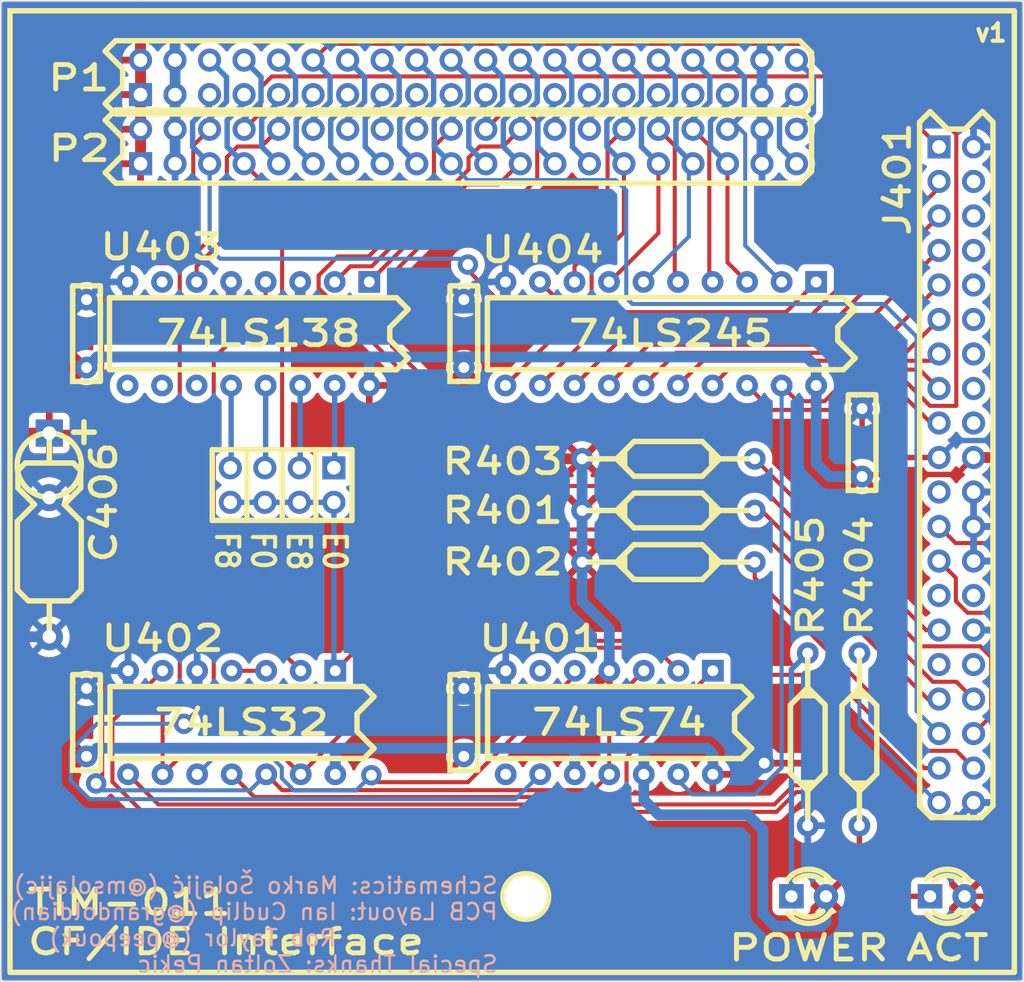
<source format=kicad_pcb>
(kicad_pcb (version 20240108) (generator "pcbnew") (generator_version "8.0")
  (layers (0 "F.Cu" signal) (31 "B.Cu" signal) (34 "B.Paste" user) (35 "F.Paste" user) (36 "B.SilkS" user "B.Silkscreen") (37 "F.SilkS" user "F.Silkscreen") (38 "B.Mask" user) (39 "F.Mask" user) (44 "Edge.Cuts" user))
  (net 0 "")
  (net 1 "Net-(D401-K)")
  (net 2 "GND")
  (net 4 "+5V")
  (net 6 "Net-(J401-Pin_23)")
  (net 7 "Net-(J401-Pin_39)")
  (net 8 "/CF IDE Interface/BD6")
  (net 9 "/CF IDE Interface/A1")
  (net 11 "Net-(J401-Pin_25)")
  (net 14 "/CF IDE Interface/A2")
  (net 15 "Net-(J401-Pin_38)")
  (net 16 "~{LIR}")
  (net 17 "~{INT0}")
  (net 18 "~{NMI}")
  (net 19 "E")
  (net 20 "~{RESET}")
  (net 21 "RESET")
  (net 22 "~{IOE}")
  (net 23 "EXPSEL_O")
  (net 24 "~{WAIT}")
  (net 25 "ST")
  (net 26 "~{HALT}")
  (net 27 "~{DREQ0}")
  (net 28 "FI")
  (net 29 "~{TEND0}")
  (net 30 "~{WR}")
  (net 31 "~{RD}")
  (net 35 "/CF IDE Interface/A0")
  (net 39 "/CF IDE Interface/BD1")
  (net 40 "Net-(J401-Pin_34)")
  (net 41 "/CF IDE Interface/BD0")
  (net 42 "Net-(J401-Pin_29)")
  (net 43 "Net-(D402-K)")
  (net 45 "/CF IDE Interface/BD3")
  (net 47 "/CF IDE Interface/BD7")
  (net 48 "/CF IDE Interface/BD4")
  (net 49 "/CF IDE Interface/BD2")
  (net 50 "/CF IDE Interface/BD5")
  (net 51 "/CF IDE Interface/A3")
  (net 52 "/CF IDE Interface/D1")
  (net 53 "/CF IDE Interface/D0")
  (net 54 "/CF IDE Interface/D2")
  (net 55 "/CF IDE Interface/A4")
  (net 56 "/CF IDE Interface/D7")
  (net 57 "/CF IDE Interface/D4")
  (net 58 "/CF IDE Interface/D6")
  (net 59 "/CF IDE Interface/D3")
  (net 60 "/CF IDE Interface/D5")
  (net 61 "Net-(U401A-~{R})")
  (net 62 "Net-(U401A-Q)")
  (net 63 "Net-(U401B-Q)")
  (net 66 "Net-(U402-Pad3)")
  (net 69 "~{IDE_CS}")
  (net 72 "Net-(J402-Pin_5)")
  (net 73 "Net-(J402-Pin_1)")
  (net 74 "EXPSEL_2")
  (net 75 "PIN_40")
  (net 76 "PIN_39")
  (net 77 "EXPSEL_3")
  (net 78 "PIN_27")
  (net 79 "Net-(J402-Pin_3)")
  (net 80 "Net-(J402-Pin_7)")
  (footprint "011TIM:Ceramic Cap 5.00mm" (layer "F.Cu") (at 83.7 93.5 90)
    (property "Reference" "C401" (hide yes))
    (property "Value" "100nF" (hide yes))
  )
  (footprint "011TIM:DIP-14_W7.62mm" (layer "F.Cu") (at 102.03 87.18 -90)
    (property "Reference" "U401")
    (property "Value" "74LS74")
  )
  (footprint "011TIM:Resistor 12.7mm" (layer "F.Cu") (at 112.89 98.7)
    (property "Reference" "R404")
    (property "Value" "1K")
  )
  (footprint "011TIM:Ceramic Cap 5.00mm" (layer "F.Cu") (at 83.7 64.88 90)
    (property "Reference" "C404" (hide yes))
    (property "Value" "100nF" (hide yes))
  )
  (footprint "011TIM:MountingHole_M2.5" (layer "F.Cu") (at 88.2591 103.8109)
    (property "Reference" "H401" (hide yes))
    (property "Value" "MountingHole" (hide yes))
  )
  (footprint "011TIM:PinHeader_2x20 2.54mm" (layer "F.Cu") (at 59.846 49.889)
    (property "Reference" "P2")
    (property "Value" "EXPAND" (hide yes))
  )
  (footprint "011TIM:DIP-20_W7.62mm" (layer "F.Cu") (at 109.63 58.6 -90)
    (property "Reference" "U404")
    (property "Value" "74LS245")
  )
  (footprint "011TIM:TIM_LED_D3.0mm" (layer "F.Cu") (at 107.8 103.8)
    (property "Reference" "D402" (hide yes))
    (property "Value" "POWER")
  )
  (footprint "011TIM:DIP-16_W7.62mm" (layer "F.Cu") (at 76.74 58.61 -90)
    (property "Reference" "U403")
    (property "Value" "74LS138")
  )
  (footprint "011TIM:TIM_Address_2x04" (layer "F.Cu") (at 74.14 72.26 -90)
    (property "Reference" "J402" (hide yes))
    (property "Value" "ADDR SEL")
  )
  (footprint "011TIM:PinHeader_2x20 2.54mm" (layer "F.Cu") (at 118.65 48.57 -90)
    (property "Reference" "J401")
    (property "Value" "IDE/CF")
  )
  (footprint "011TIM:Ceramic Cap 5.00mm" (layer "F.Cu") (at 55.94 93.5 90)
    (property "Reference" "C402" (hide yes))
    (property "Value" "100nF" (hide yes))
  )
  (footprint "011TIM:TIM_LED_D3.0mm" (layer "F.Cu") (at 118 103.8)
    (property "Reference" "D401" (hide yes))
    (property "Value" "ACT")
  )
  (footprint "011TIM:Electrolytic Capacitor Axial or Radial Alt" (layer "F.Cu") (at 53.1917 69.765)
    (property "Reference" "C406")
    (property "Value" "100uF" (hide yes))
  )
  (footprint "011TIM:Ceramic Cap 5.00mm" (layer "F.Cu") (at 55.94 64.88 90)
    (property "Reference" "C403" (hide yes))
    (property "Value" "100nF" (hide yes))
  )
  (footprint "011TIM:Resistor 12.7mm" (layer "F.Cu") (at 92.3 71.69 -90)
    (property "Reference" "R403")
    (property "Value" "4K7")
  )
  (footprint "011TIM:DIP-14_W7.62mm" (layer "F.Cu") (at 74.25 87.18 -90)
    (property "Reference" "U402")
    (property "Value" "74LS32")
  )
  (footprint "011TIM:PinHeader_2x20 2.54mm" (layer "F.Cu") (at 59.84 44.8)
    (property "Reference" "P1")
    (property "Value" "EXPAND" (hide yes))
  )
  (footprint "011TIM:Resistor 12.7mm" (layer "F.Cu") (at 92.3 75.49 -90)
    (property "Reference" "R401")
    (property "Value" "4K7")
  )
  (footprint "011TIM:Resistor 12.7mm" (layer "F.Cu") (at 92.3 79.29 -90)
    (property "Reference" "R402")
    (property "Value" "4K7")
  )
  (footprint "011TIM:Resistor 12.7mm" (layer "F.Cu") (at 108.91 85.8 180)
    (property "Reference" "R405")
    (property "Value" "1K")
  )
  (footprint "011TIM:Ceramic Cap 5.00mm" (layer "F.Cu") (at 113 72.9 90)
    (property "Reference" "C405" (hide yes))
    (property "Value" "100nF" (hide yes))
  )
  (gr_rect (start 50.31 38.62) (end 124.2 109.4) (stroke (width 0.4)) (fill none) (layer "F.SilkS"))
  (gr_rect (start 49.6 37.85) (end 124.9 110.1) (stroke (width 0.05)) (fill none) (layer "Edge.Cuts"))
  (gr_text "Schematics: Marko Šolajić (@msolajic)\nPCB Layout: Ian Cudlip (@grandoldian)\n             Rob Taylor (@peepouk)\nSpecial Thanks: Zoltan Pekic" (at 86.3 109.5 0) (layer "B.SilkS") (effects (font (size 1.2 1.2) (thickness 0.18)) (justify left bottom mirror)))
  (gr_text "E0\nE8\nF0\nF8" (at 65.32 76.8 -90) (layer "F.SilkS") (effects (font (size 1.64 1.5) (thickness 0.3) (bold yes)) (justify left bottom)))
  (gr_text "TIM-011\nCF/IDE Interface" (at 51.4 108.2 0) (layer "F.SilkS") (effects (font (size 1.8 2.3) (thickness 0.36) (bold yes)) (justify left bottom)))
  (gr_text "v1" (at 123.8 41 0) (layer "F.SilkS") (effects (font (size 1.3 1.3) (thickness 0.3) (bold yes)) (justify right bottom)))
  (segment (start 112.8 102.5) (end 114.1 103.8) (width 0.4) (layer "F.Cu") (net 1))
  (segment (start 112.8 98.6) (end 112.8 102.5) (width 0.4) (layer "F.Cu") (net 1))
  (segment (start 114.1 103.8) (end 118 103.8) (width 0.4) (layer "F.Cu") (net 1))
  (segment (start 113.2 94) (end 105.8 94) (width 0.5) (layer "F.Cu") (net 2))
  (segment (start 117.4 98.2) (end 113.2 94) (width 0.5) (layer "F.Cu") (net 2))
  (segment (start 119.9 98.2) (end 117.4 98.2) (width 0.5) (layer "F.Cu") (net 2))
  (segment (start 121.2 96.9) (end 119.9 98.2) (width 0.5) (layer "F.Cu") (net 2))
  (segment (start 113.6 71.5) (end 113 70.9) (width 0.4) (layer "F.Cu") (net 2))
  (segment (start 118.66 71.5) (end 113.6 71.5) (width 0.4) (layer "F.Cu") (net 2))
  (segment (start 113 70.9) (end 113 67.9) (width 0.4) (layer "F.Cu") (net 2))
  (via (at 105.8 94) (size 1.5) (drill 0.8) (layers "F.Cu" "B.Cu") (net 2))
  (segment (start 83.6 60.5) (end 86.2 60.5) (width 0.8) (layer "B.Cu") (net 2))
  (segment (start 124.4 109.6) (end 124.4 100.5) (width 0.8) (layer "B.Cu") (net 2))
  (segment (start 62.45 42.25) (end 62.45 38.6) (width 0.8) (layer "B.Cu") (net 2))
  (segment (start 105.63 42.25) (end 105.63 38.38) (width 0.8) (layer "B.Cu") (net 2))
  (segment (start 64.08 87.2) (end 64.08 89.22) (width 0.8) (layer "B.Cu") (net 2))
  (segment (start 66.6 60.5) (end 71.7 60.5) (width 0.8) (layer "B.Cu") (net 2))
  (segment (start 50.1 38.35) (end 50.1 59.8) (width 0.8) (layer "B.Cu") (net 2))
  (segment (start 56.7 89.3) (end 58.9 89.3) (width 0.8) (layer "B.Cu") (net 2))
  (segment (start 50.1 59.8) (end 50.1 74.4) (width 0.8) (layer "B.Cu") (net 2))
  (segment (start 62.456 44.7975) (end 62.456 42.256) (width 0.8) (layer "B.Cu") (net 2))
  (segment (start 119.6 98.5) (end 115.6 98.5) (width 0.5) (layer "B.Cu") (net 2))
  (segment (start 113 63.7) (end 113 67.9) (width 0.8) (layer "B.Cu") (net 2))
  (segment (start 124.35 70.25) (end 124.4 70.2) (width 0.4) (layer "B.Cu") (net 2))
  (segment (start 124.22 79.12) (end 124.4 79.3) (width 0.5) (layer "B.Cu") (net 2))
  (segment (start 83.7 88.5) (end 83.7 89.3) (width 0.8) (layer "B.Cu") (net 2))
  (segment (start 62.2 38.35) (end 61.8 38.35) (width 0.8) (layer "B.Cu") (net 2))
  (segment (start 103.8 89.3) (end 105.2 90.7) (width 0.8) (layer "B.Cu") (net 2))
  (segment (start 105.63 38.38) (end 105.6 38.35) (width 0.8) (layer "B.Cu") (net 2))
  (segment (start 121.2 48.64) (end 124.34 48.64) (width 0.5) (layer "B.Cu") (net 2))
  (segment (start 55.94 88.54) (end 56.7 89.3) (width 0.8) (layer "B.Cu") (net 2))
  (segment (start 118.66 71.5) (end 119.91 70.25) (width 0.4) (layer "B.Cu") (net 2))
  (segment (start 55.94 59.88) (end 56.08 59.88) (width 0.8) (layer "B.Cu") (net 2))
  (segment (start 124.4 76.7) (end 124.4 74.3) (width 0.8) (layer "B.Cu") (net 2))
  (segment (start 105.6 38.35) (end 62.2 38.35) (width 0.8) (layer "B.Cu") (net 2))
  (segment (start 62.2 38.35) (end 61.8 38.35) (width 0.8) (layer "B.Cu") (net 2))
  (segment (start 124.4 70.2) (end 124.4 48.7) (width 0.8) (layer "B.Cu") (net 2))
  (segment (start 53.2017 74.455) (end 50.155 74.455) (width 0.8) (layer "B.Cu") (net 2))
  (segment (start 55.94 59.88) (end 50.18 59.88) (width 0.8) (layer "B.Cu") (net 2))
  (segment (start 121.2 84.2) (end 124.4 84.2) (width 0.5) (layer "B.Cu") (net 2))
  (segment (start 50.155 74.455) (end 50.1 74.4) (width 0.8) (layer "B.Cu") (net 2))
  (segment (start 124.4 38.4) (end 124.35 38.35) (width 0.8) (layer "B.Cu") (net 2))
  (segment (start 121.2 79.12) (end 124.22 79.12) (width 0.5) (layer "B.Cu") (net 2))
  (segment (start 64 89.3) (end 83.7 89.3) (width 0.8) (layer "B.Cu") (net 2))
  (segment (start 115.6 98.5) (end 114.1 97) (width 0.5) (layer "B.Cu") (net 2))
  (segment (start 121.2 74.04) (end 124.14 74.04) (width 0.5) (layer "B.Cu") (net 2))
  (segment (start 86.2 60.5) (end 87.4 61.7) (width 0.8) (layer "B.Cu") (net 2))
  (segment (start 55.94 88.5) (end 50.1 88.5) (width 0.8) (layer "B.Cu") (net 2))
  (segment (start 86.2 60.5) (end 86.76 59.94) (width 0.8) (layer "B.Cu") (net 2))
  (segment (start 121.2 96.9) (end 119.6 98.5) (width 0.5) (layer "B.Cu") (net 2))
  (segment (start 50.1 109.6) (end 124.4 109.6) (width 0.8) (layer "B.Cu") (net 2))
  (segment (start 58.9 89.3) (end 64 89.3) (width 0.8) (layer "B.Cu") (net 2))
  (segment (start 124.4 79.3) (end 124.4 76.7) (width 0.8) (layer "B.Cu") (net 2))
  (segment (start 124.35 38.35) (end 105.6 38.35) (width 0.8) (layer "B.Cu") (net 2))
  (segment (start 64.08 89.22) (end 64 89.3) (width 0.8) (layer "B.Cu") (net 2))
  (segment (start 83.7 89.3) (end 86.8 89.3) (width 0.8) (layer "B.Cu") (net 2))
  (segment (start 58.96 60.46) (end 59 60.5) (width 0.8) (layer "B.Cu") (net 2))
  (segment (start 124.4 74.3) (end 124.4 70.2) (width 0.8) (layer "B.Cu") (net 2))
  (segment (start 62.45 44.7915) (end 62.45 44.79) (width 0.3) (layer "B.Cu") (net 2))
  (segment (start 66.58 58.58) (end 66.58 60.48) (width 0.8) (layer "B.Cu") (net 2))
  (segment (start 105.636 49.879) (end 105.636 47.339) (width 0.8) (layer "B.Cu") (net 2))
  (segment (start 50.105 84.695) (end 50.1 84.7) (width 0.8) (layer "B.Cu") (net 2))
  (segment (start 105.8 91.3) (end 105.8 94) (width 0.8) (layer "B.Cu") (net 2))
  (segment (start 83.7 59.88) (end 83.7 60.4) (width 0.8) (layer "B.Cu") (net 2))
  (segment (start 105.636 44.5778) (end 105.63 44.5838) (width 0.3) (layer "B.Cu") (net 2))
  (segment (start 62.45 38.6) (end 62.2 38.35) (width 0.8) (layer "B.Cu") (net 2))
  (segment (start 71.66 60.46) (end 71.7 60.5) (width 0.8) (layer "B.Cu") (net 2))
  (segment (start 71.7 60.5) (end 83.6 60.5) (width 0.8) (layer "B.Cu") (net 2))
  (segment (start 86.8 89.3) (end 103.8 89.3) (width 0.8) (layer "B.Cu") (net 2))
  (segment (start 109 97.6) (end 109 98.6) (width 0.5) (layer "B.Cu") (net 2))
  (segment (start 105.636 44.5778) (end 105.636 42.256) (width 0.8) (layer "B.Cu") (net 2))
  (segment (start 59 87.2) (end 59 89.2) (width 0.8) (layer "B.Cu") (net 2))
  (segment (start 71.66 58.58) (end 71.66 60.46) (width 0.8) (layer "B.Cu") (net 2))
  (segment (start 56.08 59.88) (end 56.7 60.5) (width 0.8) (layer "B.Cu") (net 2))
  (segment (start 86.8 89.3) (end 86.78 89.28) (width 0.8) (layer "B.Cu") (net 2))
  (segment (start 50.1 88.5) (end 50.1 109.6) (width 0.8) (layer "B.Cu") (net 2))
  (segment (start 124.14 74.04) (end 124.4 74.3) (width 0.5) (layer "B.Cu") (net 2))
  (segment (start 87.4 61.7) (end 111 61.7) (width 0.8) (layer "B.Cu") (net 2))
  (segment (start 105.636 47.339) (end 105.636 44.5778) (width 0.8) (layer "B.Cu") (net 2))
  (segment (start 62.456 49.879) (end 62.456 47.339) (width 0.8) (layer "B.Cu") (net 2))
  (segment (start 105.2 90.7) (end 105.8 91.3) (width 0.8) (layer "B.Cu") (net 2))
  (segment (start 62.456 47.339) (end 62.456 44.7975) (width 0.8) (layer "B.Cu") (net 2))
  (segment (start 62.456 42.256) (end 62.45 42.25) (width 0.8) (layer "B.Cu") (net 2))
  (segment (start 58.96 58.58) (end 58.96 60.46) (width 0.8) (layer "B.Cu") (net 2))
  (segment (start 59 60.5) (end 66.6 60.5) (width 0.8) (layer "B.Cu") (net 2))
  (segment (start 105.63 44.5838) (end 105.63 44.79) (width 0.3) (layer "B.Cu") (net 2))
  (segment (start 111 61.7) (end 113 63.7) (width 0.8) (layer "B.Cu") (net 2))
  (segment (start 66.58 60.48) (end 66.6 60.5) (width 0.8) (layer "B.Cu") (net 2))
  (segment (start 50.1 84.7) (end 50.1 88.5) (width 0.8) (layer "B.Cu") (net 2))
  (segment (start 56.7 60.5) (end 59 60.5) (width 0.8) (layer "B.Cu") (net 2))
  (segment (start 61.8 38.35) (end 50.1 38.35) (width 0.8) (layer "B.Cu") (net 2))
  (segment (start 124.4 84.2) (end 124.4 79.3) (width 0.8) (layer "B.Cu") (net 2))
  (segment (start 53.2017 84.695) (end 50.105 84.695) (width 0.8) (layer "B.Cu") (net 2))
  (segment (start 86.76 59.94) (end 86.76 58.58) (width 0.8) (layer "B.Cu") (net 2))
  (segment (start 124.4 100.5) (end 124.4 96.9) (width 0.8) (layer "B.Cu") (net 2))
  (segment (start 124.4 96.9) (end 124.4 84.2) (width 0.8) (layer "B.Cu") (net 2))
  (segment (start 62.456 44.7975) (end 62.45 44.7915) (width 0.3) (layer "B.Cu") (net 2))
  (segment (start 124.34 48.64) (end 124.4 48.7) (width 0.5) (layer "B.Cu") (net 2))
  (segment (start 124.28 76.58) (end 124.4 76.7) (width 0.5) (layer "B.Cu") (net 2))
  (segment (start 59 89.2) (end 58.9 89.3) (width 0.8) (layer "B.Cu") (net 2))
  (segment (start 121.2 96.9) (end 124.4 96.9) (width 0.5) (layer "B.Cu") (net 2))
  (segment (start 114.1 97) (end 109.6 97) (width 0.5) (layer "B.Cu") (net 2))
  (segment (start 50.18 59.88) (end 50.1 59.8) (width 0.8) (layer "B.Cu") (net 2))
  (segment (start 55.94 88.5) (end 55.94 88.54) (width 0.8) (layer "B.Cu") (net 2))
  (segment (start 121.2 76.58) (end 124.28 76.58) (width 0.5) (layer "B.Cu") (net 2))
  (segment (start 109.6 97) (end 109 97.6) (width 0.5) (layer "B.Cu") (net 2))
  (segment (start 83.7 60.4) (end 83.6 60.5) (width 0.8) (layer "B.Cu") (net 2))
  (segment (start 119.91 70.25) (end 124.35 70.25) (width 0.4) (layer "B.Cu") (net 2))
  (segment (start 50.1 74.4) (end 50.1 84.7) (width 0.8) (layer "B.Cu") (net 2))
  (segment (start 105.636 42.256) (end 105.63 42.25) (width 0.8) (layer "B.Cu") (net 2))
  (segment (start 124.4 48.7) (end 124.4 38.4) (width 0.8) (layer "B.Cu") (net 2))
  (segment (start 86.78 89.28) (end 86.78 87.2) (width 0.8) (layer "B.Cu") (net 2))
  (segment (start 121.2 71.5) (end 124.4 71.5) (width 0.8) (layer "F.Cu") (net 4))
  (segment (start 110.34 103.8) (end 110.34 109.46) (width 0.8) (layer "F.Cu") (net 4))
  (segment (start 55.94 93.5) (end 50.1 93.5) (width 0.8) (layer "F.Cu") (net 4))
  (segment (start 50.1 64.8) (end 50.1 69.7) (width 0.8) (layer "F.Cu") (net 4))
  (segment (start 50.1 38.35) (end 50.1 64.8) (width 0.8) (layer "F.Cu") (net 4))
  (segment (start 110.34 109.46) (end 110.2 109.6) (width 0.8) (layer "F.Cu") (net 4))
  (segment (start 120.54 103.8) (end 124.4 103.8) (width 0.4) (layer "F.Cu") (net 4))
  (segment (start 124.4 103.8) (end 124.4 71.5) (width 0.8) (layer "F.Cu") (net 4))
  (segment (start 89.28863 71.6) (end 92.4 71.6) (width 0.8) (layer "F.Cu") (net 4))
  (segment (start 50.1 109.6) (end 110.2 109.6) (width 0.8) (layer "F.Cu") (net 4))
  (segment (start 59.916 44.7975) (end 59.91 44.7915) (width 0.3) (layer "F.Cu") (net 4))
  (segment (start 83.7 64.88) (end 83.7 66.01137) (width 0.8) (layer "F.Cu") (net 4))
  (segment (start 59.91 38.46) (end 59.8 38.35) (width 0.8) (layer "F.Cu") (net 4))
  (segment (start 50.1 93.5) (end 50.1 109.6) (width 0.8) (layer "F.Cu") (net 4))
  (segment (start 59.916 42.256) (end 59.91 42.25) (width 0.8) (layer "F.Cu") (net 4))
  (segment (start 50.105 69.705) (end 50.1 69.7) (width 0.8) (layer "F.Cu") (net 4))
  (segment (start 53.2017 69.705) (end 50.105 69.705) (width 0.8) (layer "F.Cu") (net 4))
  (segment (start 59.916 49.879) (end 59.916 47.339) (width 0.8) (layer "F.Cu") (net 4))
  (segment (start 94.4 87.2) (end 91.86 89.74) (width 0.8) (layer "F.Cu") (net 4))
  (segment (start 91.86 89.74) (end 91.86 94.82) (width 0.8) (layer "F.Cu") (net 4))
  (segment (start 110.2 109.6) (end 124.4 109.6) (width 0.8) (layer "F.Cu") (net 4))
  (segment (start 59.8 38.35) (end 50.1 38.35) (width 0.8) (layer "F.Cu") (net 4))
  (segment (start 124.4 71.5) (end 124.4 38.35) (width 0.8) (layer "F.Cu") (net 4))
  (segment (start 121.2 71.5) (end 119.95 72.75) (width 0.4) (layer "F.Cu") (net 4))
  (segment (start 50.1 69.7) (end 50.1 93.5) (width 0.8) (layer "F.Cu") (net 4))
  (segment (start 113.15 72.75) (end 113 72.9) (width 0.4) (layer "F.Cu") (net 4))
  (segment (start 119.95 72.75) (end 113.15 72.75) (width 0.4) (layer "F.Cu") (net 4))
  (segment (start 59.916 47.339) (end 59.916 44.7975) (width 0.8) (layer "F.Cu") (net 4))
  (segment (start 59.91 44.7915) (end 59.91 44.79) (width 0.3) (layer "F.Cu") (net 4))
  (segment (start 83.7 66.01137) (end 89.28863 71.6) (width 0.8) (layer "F.Cu") (net 4))
  (segment (start 124.4 109.6) (end 124.4 103.8) (width 0.8) (layer "F.Cu") (net 4))
  (segment (start 59.916 44.7975) (end 59.916 42.256) (width 0.8) (layer "F.Cu") (net 4))
  (segment (start 59.91 42.25) (end 59.91 38.46) (width 0.8) (layer "F.Cu") (net 4))
  (segment (start 50.18 64.88) (end 50.1 64.8) (width 0.8) (layer "F.Cu") (net 4))
  (segment (start 124.4 38.35) (end 59.8 38.35) (width 0.8) (layer "F.Cu") (net 4))
  (segment (start 55.94 64.88) (end 50.18 64.88) (width 0.8) (layer "F.Cu") (net 4))
  (segment (start 96.9 92.9) (end 101.6 92.9) (width 0.8) (layer "B.Cu") (net 4))
  (segment (start 91.86 94.82) (end 91.86 92.96) (width 0.8) (layer "B.Cu") (net 4))
  (segment (start 113 72.9) (end 113.11 72.79) (width 0.4) (layer "B.Cu") (net 4))
  (segment (start 105.7 105.1) (end 106.6 106) (width 0.8) (layer "B.Cu") (net 4))
  (segment (start 106.6 106) (end 110 106) (width 0.8) (layer "B.Cu") (net 4))
  (segment (start 74.24 94.82) (end 74.24 92.96) (width 0.8) (layer "B.Cu") (net 4))
  (segment (start 91.86 92.96) (end 91.8 92.9) (width 0.8) (layer "B.Cu") (net 4))
  (segment (start 55.94 93.5) (end 56.1 93.5) (width 0.8) (layer "B.Cu") (net 4))
  (segment (start 110 106) (end 110.34 105.66) (width 0.8) (layer "B.Cu") (net 4))
  (segment (start 76.74 66.2) (end 76.74 64.14) (width 0.8) (layer "B.Cu") (net 4))
  (segment (start 94.4 92.9) (end 96.9 92.9) (width 0.8) (layer "B.Cu") (net 4))
  (segment (start 96.94 92.94) (end 96.9 92.9) (width 0.8) (layer "B.Cu") (net 4))
  (segment (start 96.94 94.82) (end 96.94 92.94) (width 0.8) (layer "B.Cu") (net 4))
  (segment (start 109.62 64.82) (end 109.62 66.2) (width 0.8) (layer "B.Cu") (net 4))
  (segment (start 83.7 64.1) (end 108.9 64.1) (width 0.8) (layer "B.Cu") (net 4))
  (segment (start 83.7 93.5) (end 83.7 92.9) (width 0.8) (layer "B.Cu") (net 4))
  (segment (start 101.6 92.9) (end 102.02 93.32) (width 0.8) (layer "B.Cu") (net 4))
  (segment (start 83.7 64.88) (end 83.7 64.1) (width 0.8) (layer "B.Cu") (net 4))
  (segment (start 109.62 71.92) (end 110.6 72.9) (width 0.8) (layer "B.Cu") (net 4))
  (segment (start 92.4 82.1) (end 94.4 84.1) (width 0.8) (layer "B.Cu") (net 4))
  (segment (start 74.24 92.96) (end 74.3 92.9) (width 0.8) (layer "B.Cu") (net 4))
  (segment (start 105.7 98.9) (end 105.7 105.1) (width 0.8) (layer "B.Cu") (net 4))
  (segment (start 109.62 66.2) (end 109.62 71.92) (width 0.8) (layer "B.Cu") (net 4))
  (segment (start 120.6 71.5) (end 121.2 71.5) (width 0.4) (layer "B.Cu") (net 4))
  (segment (start 83.7 92.9) (end 91.8 92.9) (width 0.8) (layer "B.Cu") (net 4))
  (segment (start 98.04 97.8) (end 104.6 97.8) (width 0.8) (layer "B.Cu") (net 4))
  (segment (start 92.4 75.4) (end 92.4 79.2) (width 0.8) (layer "B.Cu") (net 4))
  (segment (start 110.34 105.66) (end 110.34 103.8) (width 0.8) (layer "B.Cu") (net 4))
  (segment (start 76.74 64.14) (end 76.7 64.1) (width 0.8) (layer "B.Cu") (net 4))
  (segment (start 110.6 72.9) (end 113 72.9) (width 0.8) (layer "B.Cu") (net 4))
  (segment (start 104.6 97.8) (end 105.7 98.9) (width 0.8) (layer "B.Cu") (net 4))
  (segment (start 56.7 92.9) (end 74.3 92.9) (width 0.8) (layer "B.Cu") (net 4))
  (segment (start 56.72 64.1) (end 76.7 64.1) (width 0.8) (layer "B.Cu") (net 4))
  (segment (start 92.4 79.2) (end 92.4 82.1) (width 0.8) (layer "B.Cu") (net 4))
  (segment (start 92.4 71.6) (end 92.4 75.4) (width 0.8) (layer "B.Cu") (net 4))
  (segment (start 76.7 64.1) (end 83.7 64.1) (width 0.8) (layer "B.Cu") (net 4))
  (segment (start 55.94 64.88) (end 56.72 64.1) (width 0.8) (layer "B.Cu") (net 4))
  (segment (start 102.02 93.32) (end 102.02 94.82) (width 0.8) (layer "B.Cu") (net 4))
  (segment (start 94.4 84.1) (end 94.4 87.2) (width 0.8) (layer "B.Cu") (net 4))
  (segment (start 91.8 92.9) (end 94.4 92.9) (width 0.8) (layer "B.Cu") (net 4))
  (segment (start 96.94 94.82) (end 96.94 96.7) (width 0.8) (layer "B.Cu") (net 4))
  (segment (start 108.9 64.1) (end 109.62 64.82) (width 0.8) (layer "B.Cu") (net 4))
  (segment (start 56.1 93.5) (end 56.7 92.9) (width 0.8) (layer "B.Cu") (net 4))
  (segment (start 96.94 96.7) (end 98.04 97.8) (width 0.8) (layer "B.Cu") (net 4))
  (segment (start 74.3 92.9) (end 83.7 92.9) (width 0.8) (layer "B.Cu") (net 4))
  (segment (start 123.65 98.45) (end 123.65 78.95) (width 0.3) (layer "F.Cu") (net 6))
  (segment (start 116 99.8) (end 122.3 99.8) (width 0.3) (layer "F.Cu") (net 6))
  (segment (start 106.7 97.5872) (end 108.1572 96.13) (width 0.3) (layer "F.Cu") (net 6))
  (segment (start 108.1572 96.13) (end 112.33 96.13) (width 0.3) (layer "F.Cu") (net 6))
  (segment (start 57.8466 95.375) (end 60.0588 97.5872) (width 0.3) (layer "F.Cu") (net 6))
  (segment (start 122.5 77.8) (end 119.88 77.8) (width 0.3) (layer "F.Cu") (net 6))
  (segment (start 57.8466 90.8934) (end 57.8466 95.375) (width 0.3) (layer "F.Cu") (net 6))
  (segment (start 112.33 96.13) (end 116 99.8) (width 0.3) (layer "F.Cu") (net 6))
  (segment (start 61.54 87.2) (end 57.8466 90.8934) (width 0.3) (layer "F.Cu") (net 6))
  (segment (start 119.88 77.8) (end 118.66 76.58) (width 0.3) (layer "F.Cu") (net 6))
  (segment (start 123.65 78.95) (end 122.5 77.8) (width 0.3) (layer "F.Cu") (net 6))
  (segment (start 60.0588 97.5872) (end 106.7 97.5872) (width 0.3) (layer "F.Cu") (net 6))
  (segment (start 122.3 99.8) (end 123.65 98.45) (width 0.3) (layer "F.Cu") (net 6))
  (segment (start 112.8 91.1569) (end 112.8 85.9) (width 0.3) (layer "B.Cu") (net 7))
  (segment (start 118.5431 96.9) (end 112.8 91.1569) (width 0.3) (layer "B.Cu") (net 7))
  (segment (start 118.66 96.9) (end 118.5431 96.9) (width 0.3) (layer "B.Cu") (net 7))
  (segment (start 89.3 66.2) (end 93.5 62) (width 0.3) (layer "F.Cu") (net 8))
  (segment (start 110.4 62) (end 118.66 53.74) (width 0.3) (layer "F.Cu") (net 8))
  (segment (start 93.5 62) (end 110.4 62) (width 0.3) (layer "F.Cu") (net 8))
  (segment (start 118.66 53.74) (end 118.66 53.72) (width 0.3) (layer "F.Cu") (net 8))
  (segment (start 82.776 47.339) (end 81.5 48.615) (width 0.3) (layer "F.Cu") (net 9))
  (segment (start 105.3518 76.8) (end 117.8318 89.28) (width 0.3) (layer "F.Cu") (net 9))
  (segment (start 81.5 48.615) (end 81.5 51.9) (width 0.3) (layer "F.Cu") (net 9))
  (segment (start 90.7768 76.8) (end 105.3518 76.8) (width 0.3) (layer "F.Cu") (net 9))
  (segment (start 117.8318 89.28) (end 118.66 89.28) (width 0.3) (layer "F.Cu") (net 9))
  (segment (start 74.4247 56.7) (end 73.0167 58.108) (width 0.3) (layer "F.Cu") (net 9))
  (segment (start 81.5 51.9) (end 76.7 56.7) (width 0.3) (layer "F.Cu") (net 9))
  (segment (start 73.0167 58.108) (end 73.0167 59.0399) (width 0.3) (layer "F.Cu") (net 9))
  (segment (start 76.7 56.7) (end 74.4247 56.7) (width 0.3) (layer "F.Cu") (net 9))
  (segment (start 73.0167 59.0399) (end 90.7768 76.8) (width 0.3) (layer "F.Cu") (net 9))
  (segment (start 82.776 46.5518) (end 84.02 45.3078) (width 0.4) (layer "B.Cu") (net 9))
  (segment (start 82.776 47.339) (end 82.776 46.5518) (width 0.4) (layer "B.Cu") (net 9))
  (segment (start 84.02 45.3078) (end 84.02 43.5) (width 0.4) (layer "B.Cu") (net 9))
  (segment (start 84.02 43.5) (end 82.77 42.25) (width 0.4) (layer "B.Cu") (net 9))
  (segment (start 61.2199 97.0399) (end 106.540194 97.0399) (width 0.3) (layer "F.Cu") (net 11))
  (segment (start 122.43 82.93) (end 120.7566 82.93) (width 0.3) (layer "F.Cu") (net 11))
  (segment (start 123.15 83.65) (end 122.43 82.93) (width 0.3) (layer "F.Cu") (net 11))
  (segment (start 107.950094 95.63) (end 113.13 95.63) (width 0.3) (layer "F.Cu") (net 11))
  (segment (start 119.9 80.36) (end 118.66 79.12) (width 0.3) (layer "F.Cu") (net 11))
  (segment (start 113.13 95.63) (end 116.7 99.2) (width 0.3) (layer "F.Cu") (net 11))
  (segment (start 120.7566 82.93) (end 119.9 82.0734) (width 0.3) (layer "F.Cu") (net 11))
  (segment (start 121.6 99.2) (end 123.15 97.65) (width 0.3) (layer "F.Cu") (net 11))
  (segment (start 119.9 82.0734) (end 119.9 80.36) (width 0.3) (layer "F.Cu") (net 11))
  (segment (start 116.7 99.2) (end 121.6 99.2) (width 0.3) (layer "F.Cu") (net 11))
  (segment (start 106.540194 97.0399) (end 107.950094 95.63) (width 0.3) (layer "F.Cu") (net 11))
  (segment (start 123.15 97.65) (end 123.15 83.65) (width 0.3) (layer "F.Cu") (net 11))
  (segment (start 59 94.82) (end 61.2199 97.0399) (width 0.3) (layer "F.Cu") (net 11))
  (segment (start 86.555 46.1) (end 85.316 47.339) (width 0.3) (layer "F.Cu") (net 14))
  (segment (start 78.4 58.025) (end 84.325 52.1) (width 0.3) (layer "F.Cu") (net 14))
  (segment (start 88 52.1) (end 89.1 51) (width 0.3) (layer "F.Cu") (net 14))
  (segment (start 105.5 73.6) (end 88.7 73.6) (width 0.3) (layer "F.Cu") (net 14))
  (segment (start 88.7 73.6) (end 78.4 63.3) (width 0.3) (layer "F.Cu") (net 14))
  (segment (start 84.325 52.1) (end 88 52.1) (width 0.3) (layer "F.Cu") (net 14))
  (segment (start 122.5 90.52) (end 122.5 86.202943) (width 0.3) (layer "F.Cu") (net 14))
  (segment (start 121.2 91.82) (end 122.5 90.52) (width 0.3) (layer "F.Cu") (net 14))
  (segment (start 117.3 85.4) (end 105.5 73.6) (width 0.3) (layer "F.Cu") (net 14))
  (segment (start 88.457057 46.1) (end 86.555 46.1) (width 0.3) (layer "F.Cu") (net 14))
  (segment (start 89.1 46.742943) (end 88.457057 46.1) (width 0.3) (layer "F.Cu") (net 14))
  (segment (start 122.5 86.202943) (end 121.697057 85.4) (width 0.3) (layer "F.Cu") (net 14))
  (segment (start 121.697057 85.4) (end 117.3 85.4) (width 0.3) (layer "F.Cu") (net 14))
  (segment (start 78.4 63.3) (end 78.4 58.025) (width 0.3) (layer "F.Cu") (net 14))
  (segment (start 89.1 51) (end 89.1 46.742943) (width 0.3) (layer "F.Cu") (net 14))
  (segment (start 86.56 45.3078) (end 86.56 43.5) (width 0.4) (layer "B.Cu") (net 14))
  (segment (start 86.56 43.5) (end 85.31 42.25) (width 0.4) (layer "B.Cu") (net 14))
  (segment (start 85.316 46.5518) (end 86.56 45.3078) (width 0.4) (layer "B.Cu") (net 14))
  (segment (start 85.316 47.339) (end 85.316 46.5518) (width 0.4) (layer "B.Cu") (net 14))
  (segment (start 105.1 79.2) (end 105.1 80.3517) (width 0.3) (layer "F.Cu") (net 15))
  (segment (start 117.8383 93.09) (end 119.93 93.09) (width 0.3) (layer "F.Cu") (net 15))
  (segment (start 119.93 93.09) (end 121.2 94.36) (width 0.3) (layer "F.Cu") (net 15))
  (segment (start 105.1 80.3517) (end 117.8383 93.09) (width 0.3) (layer "F.Cu") (net 15))
  (segment (start 68.806 48.609) (end 67.0523 48.609) (width 0.3) (layer "F.Cu") (net 16))
  (segment (start 70.076 47.339) (end 68.806 48.609) (width 0.3) (layer "F.Cu") (net 16))
  (segment (start 64.04 58.58) (end 64.04 57.4283) (width 0.3) (layer "F.Cu") (net 16))
  (segment (start 66.266 49.3953) (end 66.266 55.2023) (width 0.3) (layer "F.Cu") (net 16))
  (segment (start 66.266 55.2023) (end 64.04 57.4283) (width 0.3) (layer "F.Cu") (net 16))
  (segment (start 67.0523 48.609) (end 66.266 49.3953) (width 0.3) (layer "F.Cu") (net 16))
  (segment (start 70.076 46.5518) (end 71.32 45.3078) (width 0.4) (layer "B.Cu") (net 16))
  (segment (start 71.32 43.5) (end 70.07 42.25) (width 0.4) (layer "B.Cu") (net 16))
  (segment (start 70.076 47.339) (end 70.076 46.5518) (width 0.4) (layer "B.Cu") (net 16))
  (segment (start 71.32 45.3078) (end 71.32 43.5) (width 0.4) (layer "B.Cu") (net 16))
  (segment (start 77.696 49.879) (end 76.446 48.629) (width 0.4) (layer "B.Cu") (net 17))
  (segment (start 76.446 46.554) (end 77.69 45.31) (width 0.4) (layer "B.Cu") (net 17))
  (segment (start 76.446 48.629) (end 76.446 46.554) (width 0.4) (layer "B.Cu") (net 17))
  (segment (start 77.69 45.31) (end 77.69 44.79) (width 0.4) (layer "B.Cu") (net 17))
  (segment (start 72.61 45.39) (end 72.61 44.79) (width 0.4) (layer "B.Cu") (net 18))
  (segment (start 71.366 48.629) (end 71.366 46.634) (width 0.4) (layer "B.Cu") (net 18))
  (segment (start 71.366 46.634) (end 72.61 45.39) (width 0.4) (layer "B.Cu") (net 18))
  (segment (start 72.616 49.879) (end 71.366 48.629) (width 0.4) (layer "B.Cu") (net 18))
  (segment (start 70.076 49.879) (end 68.826 48.629) (width 0.4) (layer "B.Cu") (net 19))
  (segment (start 68.826 48.629) (end 68.826 46.574) (width 0.4) (layer "B.Cu") (net 19))
  (segment (start 68.826 46.574) (end 70.07 45.33) (width 0.4) (layer "B.Cu") (net 19))
  (segment (start 70.07 45.33) (end 70.07 44.79) (width 0.4) (layer "B.Cu") (net 19))
  (segment (start 68.7514 46.1236) (end 67.536 47.339) (width 0.3) (layer "F.Cu") (net 20))
  (segment (start 68.7514 44.271543) (end 69.572943 43.45) (width 0.3) (layer "F.Cu") (net 20))
  (segment (start 68.7514 46.1236) (end 68.7514 44.271543) (width 0.3) (layer "F.Cu") (net 20))
  (segment (start 69.572943 43.45) (end 113.47 43.45) (width 0.3) (layer "F.Cu") (net 20))
  (segment (start 113.47 43.45) (end 118.66 48.64) (width 0.3) (layer "F.Cu") (net 20))
  (segment (start 67.536 47.339) (end 67.536 46.5518) (width 0.4) (layer "B.Cu") (net 20))
  (segment (start 68.78 43.5) (end 67.53 42.25) (width 0.4) (layer "B.Cu") (net 20))
  (segment (start 68.78 45.3078) (end 68.78 43.5) (width 0.4) (layer "B.Cu") (net 20))
  (segment (start 67.536 46.5518) (end 68.78 45.3078) (width 0.4) (layer "B.Cu") (net 20))
  (segment (start 94.18 43.5) (end 92.93 42.25) (width 0.4) (layer "B.Cu") (net 21))
  (segment (start 92.936 47.339) (end 92.936 46.5518) (width 0.4) (layer "B.Cu") (net 21))
  (segment (start 92.936 46.5518) (end 94.18 45.3078) (width 0.4) (layer "B.Cu") (net 21))
  (segment (start 94.18 45.3078) (end 94.18 43.5) (width 0.4) (layer "B.Cu") (net 21))
  (segment (start 90.396 46.5518) (end 91.64 45.3078) (width 0.4) (layer "B.Cu") (net 22))
  (segment (start 90.396 47.339) (end 90.396 46.5518) (width 0.4) (layer "B.Cu") (net 22))
  (segment (start 91.64 43.5) (end 90.39 42.25) (width 0.4) (layer "B.Cu") (net 22))
  (segment (start 91.64 45.3078) (end 91.64 43.5) (width 0.4) (layer "B.Cu") (net 22))
  (segment (start 118 67.7) (end 119.9 67.7) (width 0.3) (layer "F.Cu") (net 23))
  (segment (start 119.9 67.7) (end 119.93 67.67) (width 0.3) (layer "F.Cu") (net 23))
  (segment (start 73.81 41.05) (end 72.61 42.25) (width 0.3) (layer "F.Cu") (net 23))
  (segment (start 116.2 65.9) (end 118 67.7) (width 0.3) (layer "F.Cu") (net 23))
  (segment (start 107.08 66.2) (end 108.2317 67.3517) (width 0.3) (layer "F.Cu") (net 23))
  (segment (start 119.93 67.67) (end 119.93 47.7126) (width 0.3) (layer "F.Cu") (net 23))
  (segment (start 111.7 65.9) (end 116.2 65.9) (width 0.3) (layer "F.Cu") (net 23))
  (segment (start 119.93 47.7126) (end 113.2674 41.05) (width 0.3) (layer "F.Cu") (net 23))
  (segment (start 113.2674 41.05) (end 73.81 41.05) (width 0.3) (layer "F.Cu") (net 23))
  (segment (start 110.2483 67.3517) (end 111.7 65.9) (width 0.3) (layer "F.Cu") (net 23))
  (segment (start 108.2317 67.3517) (end 110.2483 67.3517) (width 0.3) (layer "F.Cu") (net 23))
  (segment (start 73.86 45.3078) (end 73.86 43.5) (width 0.4) (layer "B.Cu") (net 23))
  (segment (start 105.1 96.3) (end 107.08 94.32) (width 0.3) (layer "B.Cu") (net 23))
  (segment (start 73.86 43.5) (end 72.61 42.25) (width 0.4) (layer "B.Cu") (net 23))
  (segment (start 100.5 96.3) (end 105.1 96.3) (width 0.3) (layer "B.Cu") (net 23))
  (segment (start 107.08 94.32) (end 107.08 66.2) (width 0.3) (layer "B.Cu") (net 23))
  (segment (start 72.616 47.339) (end 72.616 46.5518) (width 0.4) (layer "B.Cu") (net 23))
  (segment (start 99.48 94.82) (end 99.48 95.28) (width 0.3) (layer "B.Cu") (net 23))
  (segment (start 99.48 95.28) (end 100.5 96.3) (width 0.3) (layer "B.Cu") (net 23))
  (segment (start 72.616 46.5518) (end 73.86 45.3078) (width 0.4) (layer "B.Cu") (net 23))
  (segment (start 75.156 49.879) (end 73.906 48.629) (width 0.4) (layer "B.Cu") (net 24))
  (segment (start 73.906 46.664) (end 75.15 45.42) (width 0.4) (layer "B.Cu") (net 24))
  (segment (start 75.15 45.42) (end 75.15 44.79) (width 0.4) (layer "B.Cu") (net 24))
  (segment (start 73.906 48.629) (end 73.906 46.664) (width 0.4) (layer "B.Cu") (net 24))
  (segment (start 78.986 48.629) (end 78.986 46.614) (width 0.4) (layer "B.Cu") (net 25))
  (segment (start 78.986 46.614) (end 80.23 45.37) (width 0.4) (layer "B.Cu") (net 25))
  (segment (start 80.23 45.37) (end 80.23 44.79) (width 0.4) (layer "B.Cu") (net 25))
  (segment (start 80.236 49.879) (end 78.986 48.629) (width 0.4) (layer "B.Cu") (net 25))
  (segment (start 78.94 45.3078) (end 78.94 43.5) (width 0.4) (layer "B.Cu") (net 26))
  (segment (start 77.696 46.5518) (end 78.94 45.3078) (width 0.4) (layer "B.Cu") (net 26))
  (segment (start 78.94 43.5) (end 77.69 42.25) (width 0.4) (layer "B.Cu") (net 26))
  (segment (start 77.696 47.339) (end 77.696 46.5518) (width 0.4) (layer "B.Cu") (net 26))
  (segment (start 90.39 45.5) (end 90.39 44.79) (width 0.4) (layer "B.Cu") (net 27))
  (segment (start 90.396 49.879) (end 89.146 48.629) (width 0.4) (layer "B.Cu") (net 27))
  (segment (start 89.146 46.744) (end 90.39 45.5) (width 0.4) (layer "B.Cu") (net 27))
  (segment (start 89.146 48.629) (end 89.146 46.744) (width 0.4) (layer "B.Cu") (net 27))
  (segment (start 62.1 57.2) (end 58.2 57.2) (width 0.3) (layer "F.Cu") (net 28))
  (segment (start 57.0918 58.3082) (end 57.0918 95.047) (width 0.3) (layer "F.Cu") (net 28))
  (segment (start 63.7943 55.5057) (end 62.1 57.2) (width 0.3) (layer "F.Cu") (net 28))
  (segment (start 58.2 57.2) (end 57.0918 58.3082) (width 0.3) (layer "F.Cu") (net 28))
  (segment (start 57.0918 95.047) (end 56.6466 95.4922) (width 0.3) (layer "F.Cu") (net 28))
  (segment (start 70.3268 95.9868) (end 93.2332 95.9868) (width 0.3) (layer "F.Cu") (net 28))
  (segment (start 63.7943 48.5407) (end 63.7943 55.5057) (width 0.3) (layer "F.Cu") (net 28))
  (segment (start 69.16 94.82) (end 70.3268 95.9868) (width 0.3) (layer "F.Cu") (net 28))
  (segment (start 94.4 89.74) (end 94.4 94.82) (width 0.3) (layer "F.Cu") (net 28))
  (segment (start 93.2332 95.9868) (end 94.4 94.82) (width 0.3) (layer "F.Cu") (net 28))
  (segment (start 64.996 47.339) (end 63.7943 48.5407) (width 0.3) (layer "F.Cu") (net 28))
  (segment (start 96.94 87.2) (end 94.4 89.74) (width 0.3) (layer "F.Cu") (net 28))
  (via (at 56.6466 95.4922) (size 1.5) (drill 0.8) (layers "F.Cu" "B.Cu") (net 28))
  (segment (start 69.16 94.82) (end 67.9814 95.9986) (width 0.3) (layer "B.Cu") (net 28))
  (segment (start 64.996 46.5518) (end 66.24 45.3078) (width 0.4) (layer "B.Cu") (net 28))
  (segment (start 64.996 47.339) (end 64.996 46.5518) (width 0.4) (layer "B.Cu") (net 28))
  (segment (start 66.24 43.5) (end 64.99 42.25) (width 0.4) (layer "B.Cu") (net 28))
  (segment (start 57.153 95.9986) (end 56.6466 95.4922) (width 0.3) (layer "B.Cu") (net 28))
  (segment (start 66.24 45.3078) (end 66.24 43.5) (width 0.4) (layer "B.Cu") (net 28))
  (segment (start 67.9814 95.9986) (end 57.153 95.9986) (width 0.3) (layer "B.Cu") (net 28))
  (segment (start 85.316 49.879) (end 84.066 48.629) (width 0.4) (layer "B.Cu") (net 29))
  (segment (start 85.31 45.49) (end 85.31 44.79) (width 0.4) (layer "B.Cu") (net 29))
  (segment (start 84.066 48.629) (end 84.066 46.734) (width 0.4) (layer "B.Cu") (net 29))
  (segment (start 84.066 46.734) (end 85.31 45.49) (width 0.4) (layer "B.Cu") (net 29))
  (segment (start 70.33 52.673) (end 70.33 85.83) (width 0.3) (layer "F.Cu") (net 30))
  (segment (start 67.536 49.879) (end 70.33 52.673) (width 0.3) (layer "F.Cu") (net 30))
  (segment (start 70.33 85.83) (end 71.7 87.2) (width 0.3) (layer "F.Cu") (net 30))
  (segment (start 67.536 49.879) (end 66.286 48.629) (width 0.4) (layer "B.Cu") (net 30))
  (segment (start 66.286 46.674) (end 67.53 45.43) (width 0.4) (layer "B.Cu") (net 30))
  (segment (start 67.53 45.43) (end 67.53 44.79) (width 0.4) (layer "B.Cu") (net 30))
  (segment (start 66.286 48.629) (end 66.286 46.674) (width 0.4) (layer "B.Cu") (net 30))
  (segment (start 62.8 57.63835) (end 62.8 89.2) (width 0.3) (layer "F.Cu") (net 31))
  (segment (start 99.48 87.2) (end 97.7775 85.4975) (width 0.3) (layer "F.Cu") (net 31))
  (segment (start 70.5094 93.6294) (end 71.7 94.82) (width 0.3) (layer "F.Cu") (net 31))
  (segment (start 87.0873 60.8) (end 107.4 60.8) (width 0.3) (layer "F.Cu") (net 31))
  (segment (start 84 57.7127) (end 87.0873 60.8) (width 0.3) (layer "F.Cu") (net 31))
  (segment (start 64.996 49.879) (end 64.996 55.44235) (width 0.3) (layer "F.Cu") (net 31))
  (segment (start 97.7775 85.4975) (end 81.0225 85.4975) (width 0.3) (layer "F.Cu") (net 31))
  (segment (start 107.4 60.8) (end 109.62 58.58) (width 0.3) (layer "F.Cu") (net 31))
  (segment (start 62.7306 93.6294) (end 70.5094 93.6294) (width 0.3) (layer "F.Cu") (net 31))
  (segment (start 64.996 55.44235) (end 62.8 57.63835) (width 0.3) (layer "F.Cu") (net 31))
  (segment (start 62.8 89.2) (end 61.54 90.46) (width 0.3) (layer "F.Cu") (net 31))
  (segment (start 61.54 90.46) (end 61.54 94.82) (width 0.3) (layer "F.Cu") (net 31))
  (segment (start 61.54 94.82) (end 62.7306 93.6294) (width 0.3) (layer "F.Cu") (net 31))
  (segment (start 81.0225 85.4975) (end 71.7 94.82) (width 0.3) (layer "F.Cu") (net 31))
  (segment (start 84 57.3) (end 84 57.7127) (width 0.3) (layer "F.Cu") (net 31))
  (via (at 84 57.3) (size 1.5) (drill 0.8) (layers "F.Cu" "B.Cu") (net 31))
  (segment (start 64.99 45.6) (end 64.99 44.79) (width 0.4) (layer "B.Cu") (net 31))
  (segment (start 63.746 46.8212) (end 64.4782 46.089) (width 0.4) (layer "B.Cu") (net 31))
  (segment (start 64.501 46.089) (end 64.99 45.6) (width 0.4) (layer "B.Cu") (net 31))
  (segment (start 64.996 49.879) (end 63.746 48.629) (width 0.4) (layer "B.Cu") (net 31))
  (segment (start 63.746 48.629) (end 63.746 46.8212) (width 0.4) (layer "B.Cu") (net 31))
  (segment (start 64.996 56.096) (end 64.996 49.879) (width 0.3) (layer "B.Cu") (net 31))
  (segment (start 65.7696 56.8696) (end 64.996 56.096) (width 0.3) (layer "B.Cu") (net 31))
  (segment (start 83.5696 56.8696) (end 65.7696 56.8696) (width 0.3) (layer "B.Cu") (net 31))
  (segment (start 84 57.3) (end 83.5696 56.8696) (width 0.3) (layer "B.Cu") (net 31))
  (segment (start 64.4782 46.089) (end 64.501 46.089) (width 0.4) (layer "B.Cu") (net 31))
  (segment (start 95.65 51.85) (end 95.65 59.75) (width 0.3) (layer "B.Cu") (net 35))
  (segment (start 82.77 45.41) (end 82.77 44.79) (width 0.4) (layer "B.Cu") (net 35))
  (segment (start 82.776 49.879) (end 81.526 48.629) (width 0.4) (layer "B.Cu") (net 35))
  (segment (start 95.65 59.75) (end 96.1 60.2) (width 0.3) (layer "B.Cu") (net 35))
  (segment (start 83.9807 51.0807) (end 94.8807 51.0807) (width 0.3) (layer "B.Cu") (net 35))
  (segment (start 117 62.6) (end 117 90.16) (width 0.3) (layer "B.Cu") (net 35))
  (segment (start 94.8807 51.0807) (end 95.65 51.85) (width 0.3) (layer "B.Cu") (net 35))
  (segment (start 81.526 46.654) (end 82.77 45.41) (width 0.4) (layer "B.Cu") (net 35))
  (segment (start 114.6 60.2) (end 117 62.6) (width 0.3) (layer "B.Cu") (net 35))
  (segment (start 82.779 49.879) (end 83.9807 51.0807) (width 0.3) (layer "B.Cu") (net 35))
  (segment (start 82.776 49.879) (end 82.779 49.879) (width 0.3) (layer "B.Cu") (net 35))
  (segment (start 81.526 48.629) (end 81.526 46.654) (width 0.4) (layer "B.Cu") (net 35))
  (segment (start 117 90.16) (end 118.66 91.82) (width 0.3) (layer "B.Cu") (net 35))
  (segment (start 96.1 60.2) (end 114.6 60.2) (width 0.3) (layer "B.Cu") (net 35))
  (segment (start 102 66.2) (end 103.1679 65.0321) (width 0.3) (layer "F.Cu") (net 39))
  (segment (start 118.62 66.42) (end 118.66 66.42) (width 0.3) (layer "F.Cu") (net 39))
  (segment (start 117.2321 65.0321) (end 118.62 66.42) (width 0.3) (layer "F.Cu") (net 39))
  (segment (start 103.1679 65.0321) (end 117.2321 65.0321) (width 0.3) (layer "F.Cu") (net 39))
  (segment (start 119.93 88.01) (end 121.2 89.28) (width 0.3) (layer "F.Cu") (net 40))
  (segment (start 105.1 75.4) (end 105.6039 75.4) (width 0.3) (layer "F.Cu") (net 40))
  (segment (start 118.2139 88.01) (end 119.93 88.01) (width 0.3) (layer "F.Cu") (net 40))
  (segment (start 105.6039 75.4) (end 118.2139 88.01) (width 0.3) (layer "F.Cu") (net 40))
  (segment (start 104.6 66.2) (end 104.54 66.2) (width 0.3) (layer "F.Cu") (net 41))
  (segment (start 115.7 66.6) (end 118.06 68.96) (width 0.3) (layer "F.Cu") (net 41))
  (segment (start 104.54 66.2) (end 106.34 68) (width 0.3) (layer "F.Cu") (net 41))
  (segment (start 118.06 68.96) (end 118.66 68.96) (width 0.3) (layer "F.Cu") (net 41))
  (segment (start 106.34 68) (end 110.8 68) (width 0.3) (layer "F.Cu") (net 41))
  (segment (start 110.8 68) (end 112.2 66.6) (width 0.3) (layer "F.Cu") (net 41))
  (segment (start 112.2 66.6) (end 115.7 66.6) (width 0.3) (layer "F.Cu") (net 41))
  (segment (start 117.7 84.2) (end 118.66 84.2) (width 0.3) (layer "F.Cu") (net 42))
  (segment (start 105.1 71.6) (end 117.7 84.2) (width 0.3) (layer "F.Cu") (net 42))
  (segment (start 107.8 87.1) (end 109 85.9) (width 0.4) (layer "B.Cu") (net 43))
  (segment (start 107.8 103.8) (end 107.8 87.1) (width 0.4) (layer "B.Cu") (net 43))
  (segment (start 99.3269 63.7931) (end 96.92 66.2) (width 0.3) (layer "F.Cu") (net 45))
  (segment (start 116.20605 63.7931) (end 99.3269 63.7931) (width 0.3) (layer "F.Cu") (net 45))
  (segment (start 118.65915 61.34) (end 116.20605 63.7931) (width 0.3) (layer "F.Cu") (net 45))
  (segment (start 118.66 61.34) (end 118.65915 61.34) (width 0.3) (layer "F.Cu") (net 45))
  (segment (start 91.56 61.4) (end 108.8974 61.4) (width 0.3) (layer "F.Cu") (net 47))
  (segment (start 118.66 51.6374) (end 118.66 51.18) (width 0.3) (layer "F.Cu") (net 47))
  (segment (start 108.8974 61.4) (end 118.66 51.6374) (width 0.3) (layer "F.Cu") (net 47))
  (segment (start 86.76 66.2) (end 91.56 61.4) (width 0.3) (layer "F.Cu") (net 47))
  (segment (start 114.3 63.2) (end 118.66 58.84) (width 0.3) (layer "F.Cu") (net 48))
  (segment (start 94.38 66.2) (end 94.38 66.12) (width 0.3) (layer "F.Cu") (net 48))
  (segment (start 118.66 58.84) (end 118.66 58.8) (width 0.3) (layer "F.Cu") (net 48))
  (segment (start 97.3 63.2) (end 114.3 63.2) (width 0.3) (layer "F.Cu") (net 48))
  (segment (start 94.38 66.12) (end 97.3 63.2) (width 0.3) (layer "F.Cu") (net 48))
  (segment (start 118.66 63.88) (end 118.1619 64.3781) (width 0.3) (layer "F.Cu") (net 49))
  (segment (start 101.2819 64.3781) (end 99.46 66.2) (width 0.3) (layer "F.Cu") (net 49))
  (segment (start 118.1619 64.3781) (end 101.2819 64.3781) (width 0.3) (layer "F.Cu") (net 49))
  (segment (start 91.84 66.2) (end 95.44 62.6) (width 0.3) (layer "F.Cu") (net 50))
  (segment (start 95.44 62.6) (end 112.30915 62.6) (width 0.3) (layer "F.Cu") (net 50))
  (segment (start 112.30915 62.6) (end 118.64915 56.26) (width 0.3) (layer "F.Cu") (net 50))
  (segment (start 118.64915 56.26) (end 118.66 56.26) (width 0.3) (layer "F.Cu") (net 50))
  (segment (start 87.7754 49.879) (end 86.2544 51.4) (width 0.3) (layer "F.Cu") (net 51))
  (segment (start 83.92 51.4) (end 76.74 58.58) (width 0.3) (layer "F.Cu") (net 51))
  (segment (start 86.2544 51.4) (end 83.92 51.4) (width 0.3) (layer "F.Cu") (net 51))
  (segment (start 87.856 49.879) (end 87.7754 49.879) (width 0.3) (layer "F.Cu") (net 51))
  (segment (start 87.85 45.47) (end 87.85 44.79) (width 0.4) (layer "B.Cu") (net 51))
  (segment (start 86.606 48.629) (end 86.606 46.714) (width 0.4) (layer "B.Cu") (net 51))
  (segment (start 87.856 49.879) (end 86.606 48.629) (width 0.4) (layer "B.Cu") (net 51))
  (segment (start 86.606 46.714) (end 87.85 45.47) (width 0.4) (layer "B.Cu") (net 51))
  (segment (start 103.096 49.879) (end 103.096 57.136) (width 0.3) (layer "F.Cu") (net 52))
  (segment (start 103.096 57.136) (end 104.54 58.58) (width 0.3) (layer "F.Cu") (net 52))
  (segment (start 101.846 46.754) (end 103.09 45.51) (width 0.4) (layer "B.Cu") (net 52))
  (segment (start 103.09 45.51) (end 103.09 44.79) (width 0.4) (layer "B.Cu") (net 52))
  (segment (start 103.096 49.879) (end 101.846 48.629) (width 0.4) (layer "B.Cu") (net 52))
  (segment (start 101.846 48.629) (end 101.846 46.754) (width 0.4) (layer "B.Cu") (net 52))
  (segment (start 104.4 55.9) (end 104.4 47.699) (width 0.3) (layer "B.Cu") (net 53))
  (segment (start 104.34 46.095) (end 104.34 43.5) (width 0.4) (layer "B.Cu") (net 53))
  (segment (start 107.08 58.58) (end 104.4 55.9) (width 0.3) (layer "B.Cu") (net 53))
  (segment (start 103.568 46.867) (end 104.34 46.095) (width 0.4) (layer "B.Cu") (net 53))
  (segment (start 104.34 43.5) (end 103.09 42.25) (width 0.4) (layer "B.Cu") (net 53))
  (segment (start 103.096 47.339) (end 103.568 46.867) (width 0.4) (layer "B.Cu") (net 53))
  (segment (start 104.4 47.699) (end 103.568 46.867) (width 0.3) (layer "B.Cu") (net 53))
  (segment (start 101.7577 48.5407) (end 101.7577 58.3377) (width 0.3) (layer "F.Cu") (net 54))
  (segment (start 101.7577 58.3377) (end 102 58.58) (width 0.3) (layer "F.Cu") (net 54))
  (segment (start 100.556 47.339) (end 101.7577 48.5407) (width 0.3) (layer "F.Cu") (net 54))
  (segment (start 100.556 46.5518) (end 101.8 45.3078) (width 0.4) (layer "B.Cu") (net 54))
  (segment (start 100.556 47.339) (end 100.556 46.5518) (width 0.4) (layer "B.Cu") (net 54))
  (segment (start 101.8 43.5) (end 100.55 42.25) (width 0.4) (layer "B.Cu") (net 54))
  (segment (start 101.8 45.3078) (end 101.8 43.5) (width 0.4) (layer "B.Cu") (net 54))
  (segment (start 75.3517 57.4283) (end 74.2 58.58) (width 0.3) (layer "F.Cu") (net 55))
  (segment (start 84.046 49.4356) (end 84.046 50.3114) (width 0.3) (layer "F.Cu") (net 55))
  (segment (start 84.046 50.3114) (end 76.9291 57.4283) (width 0.3) (layer "F.Cu") (net 55))
  (segment (start 76.9291 57.4283) (end 75.3517 57.4283) (width 0.3) (layer "F.Cu") (net 55))
  (segment (start 86.586 48.609) (end 84.8726 48.609) (width 0.3) (layer "F.Cu") (net 55))
  (segment (start 87.856 47.339) (end 86.586 48.609) (width 0.3) (layer "F.Cu") (net 55))
  (segment (start 84.8726 48.609) (end 84.046 49.4356) (width 0.3) (layer "F.Cu") (net 55))
  (segment (start 87.856 46.5518) (end 89.1 45.3078) (width 0.4) (layer "B.Cu") (net 55))
  (segment (start 89.1 45.3078) (end 89.1 43.5) (width 0.4) (layer "B.Cu") (net 55))
  (segment (start 89.1 43.5) (end 87.85 42.25) (width 0.4) (layer "B.Cu") (net 55))
  (segment (start 87.856 47.339) (end 87.856 46.5518) (width 0.4) (layer "B.Cu") (net 55))
  (segment (start 93.1 59.6) (end 93.1 57.3043) (width 0.3) (layer "F.Cu") (net 56))
  (segment (start 89.3 58.58) (end 90.72 60) (width 0.3) (layer "F.Cu") (net 56))
  (segment (start 95.476 54.9283) (end 95.476 49.879) (width 0.3) (layer "F.Cu") (net 56))
  (segment (start 92.7 60) (end 93.1 59.6) (width 0.3) (layer "F.Cu") (net 56))
  (segment (start 90.72 60) (end 92.7 60) (width 0.3) (layer "F.Cu") (net 56))
  (segment (start 93.1 57.3043) (end 95.476 54.9283) (width 0.3) (layer "F.Cu") (net 56))
  (segment (start 94.226 46.774) (end 95.47 45.53) (width 0.4) (layer "B.Cu") (net 56))
  (segment (start 95.476 49.879) (end 94.226 48.629) (width 0.4) (layer "B.Cu") (net 56))
  (segment (start 95.47 45.53) (end 95.47 44.79) (width 0.4) (layer "B.Cu") (net 56))
  (segment (start 94.226 48.629) (end 94.226 46.774) (width 0.4) (layer "B.Cu") (net 56))
  (segment (start 99.306 46.694) (end 100.55 45.45) (width 0.4) (layer "B.Cu") (net 57))
  (segment (start 99.306 48.629) (end 99.306 46.694) (width 0.4) (layer "B.Cu") (net 57))
  (segment (start 100.2569 49.5799) (end 99.306 48.629) (width 0.4) (layer "B.Cu") (net 57))
  (segment (start 100.556 49.879) (end 100.2569 49.5799) (width 0.4) (layer "B.Cu") (net 57))
  (segment (start 100.2569 55.2431) (end 96.92 58.58) (width 0.3) (layer "B.Cu") (net 57))
  (segment (start 100.55 45.45) (end 100.55 44.79) (width 0.4) (layer "B.Cu") (net 57))
  (segment (start 100.2569 49.5799) (end 100.2569 55.2431) (width 0.3) (layer "B.Cu") (net 57))
  (segment (start 91.84 57.4283) (end 91.84 58.58) (width 0.3) (layer "F.Cu") (net 58))
  (segment (start 94.2743 54.994) (end 91.84 57.4283) (width 0.3) (layer "F.Cu") (net 58))
  (segment (start 95.476 47.339) (end 94.2743 48.5407) (width 0.3) (layer "F.Cu") (net 58))
  (segment (start 94.2743 48.5407) (end 94.2743 54.994) (width 0.3) (layer "F.Cu") (net 58))
  (segment (start 95.476 47.339) (end 95.476 46.5518) (width 0.4) (layer "B.Cu") (net 58))
  (segment (start 96.76 43.54) (end 95.47 42.25) (width 0.4) (layer "B.Cu") (net 58))
  (segment (start 96.76 45.2678) (end 96.76 43.54) (width 0.4) (layer "B.Cu") (net 58))
  (segment (start 95.476 46.5518) (end 96.76 45.2678) (width 0.4) (layer "B.Cu") (net 58))
  (segment (start 99.2177 58.3377) (end 99.46 58.58) (width 0.3) (layer "F.Cu") (net 59))
  (segment (start 99.2177 48.5407) (end 99.2177 58.3377) (width 0.3) (layer "F.Cu") (net 59))
  (segment (start 98.016 47.339) (end 99.2177 48.5407) (width 0.3) (layer "F.Cu") (net 59))
  (segment (start 98.016 46.5518) (end 99.26 45.3078) (width 0.4) (layer "B.Cu") (net 59))
  (segment (start 99.26 45.3078) (end 99.26 43.5) (width 0.4) (layer "B.Cu") (net 59))
  (segment (start 99.26 43.5) (end 98.01 42.25) (width 0.4) (layer "B.Cu") (net 59))
  (segment (start 98.016 47.339) (end 98.016 46.5518) (width 0.4) (layer "B.Cu") (net 59))
  (segment (start 98.016 49.879) (end 98.016 54.984) (width 0.3) (layer "F.Cu") (net 60))
  (segment (start 98.016 54.984) (end 94.42 58.58) (width 0.3) (layer "F.Cu") (net 60))
  (segment (start 94.42 58.58) (end 94.38 58.58) (width 0.3) (layer "F.Cu") (net 60))
  (segment (start 98.016 49.879) (end 96.766 48.629) (width 0.4) (layer "B.Cu") (net 60))
  (segment (start 96.766 46.634) (end 98.01 45.39) (width 0.4) (layer "B.Cu") (net 60))
  (segment (start 96.766 48.629) (end 96.766 46.634) (width 0.4) (layer "B.Cu") (net 60))
  (segment (start 98.01 45.39) (end 98.01 44.79) (width 0.4) (layer "B.Cu") (net 60))
  (segment (start 68.2928 96.4928) (end 66.62 94.82) (width 0.3) (layer "F.Cu") (net 61))
  (segment (start 95.67 95.63) (end 94.8072 96.4928) (width 0.3) (layer "F.Cu") (net 61))
  (segment (start 102.02 87.2) (end 95.67 93.55) (width 0.3) (layer "F.Cu") (net 61))
  (segment (start 94.8072 96.4928) (end 68.2928 96.4928) (width 0.3) (layer "F.Cu") (net 61))
  (segment (start 95.67 93.55) (end 95.67 95.63) (width 0.3) (layer "F.Cu") (net 61))
  (segment (start 76.9 94.8868) (end 77.4132 95.4) (width 0.3) (layer "F.Cu") (net 62))
  (segment (start 84 95.4) (end 91.86 87.54) (width 0.3) (layer "F.Cu") (net 62))
  (segment (start 91.86 87.54) (end 91.86 87.2) (width 0.3) (layer "F.Cu") (net 62))
  (segment (start 77.4132 95.4) (end 84 95.4) (width 0.3) (layer "F.Cu") (net 62))
  (via (at 76.9 94.8868) (size 1.5) (drill 0.8) (layers "F.Cu" "B.Cu") (net 62))
  (segment (start 75.7787 96.0081) (end 71.2028 96.0081) (width 0.3) (layer "B.Cu") (net 62))
  (segment (start 70.3117 94.3139) (end 69.6661 93.6683) (width 0.3) (layer "B.Cu") (net 62))
  (segment (start 65.2317 93.6683) (end 64.08 94.82) (width 0.3) (layer "B.Cu") (net 62))
  (segment (start 70.3117 95.117) (end 70.3117 94.3139) (width 0.3) (layer "B.Cu") (net 62))
  (segment (start 71.2028 96.0081) (end 70.3117 95.117) (width 0.3) (layer "B.Cu") (net 62))
  (segment (start 76.9 94.8868) (end 75.7787 96.0081) (width 0.3) (layer "B.Cu") (net 62))
  (segment (start 69.6661 93.6683) (end 65.2317 93.6683) (width 0.3) (layer "B.Cu") (net 62))
  (segment (start 65.3 64.2) (end 65.3 88.9066) (width 0.3) (layer "F.Cu") (net 63))
  (segment (start 69.12 60.38) (end 65.3 64.2) (width 0.3) (layer "F.Cu") (net 63))
  (segment (start 69.12 58.58) (end 69.12 60.38) (width 0.3) (layer "F.Cu") (net 63))
  (segment (start 65.3 88.9066) (end 63.1066 91.1) (width 0.3) (layer "F.Cu") (net 63))
  (via (at 63.1066 91.1) (size 1.5) (drill 0.8) (layers "F.Cu" "B.Cu") (net 63))
  (segment (start 56.1621 96.6473) (end 87.4927 96.6473) (width 0.3) (layer "B.Cu") (net 63))
  (segment (start 56.7113 91.1) (end 54.7673 93.044) (width 0.3) (layer "B.Cu") (net 63))
  (segment (start 54.7673 93.044) (end 54.7673 95.2525) (width 0.3) (layer "B.Cu") (net 63))
  (segment (start 87.4927 96.6473) (end 89.32 94.82) (width 0.3) (layer "B.Cu") (net 63))
  (segment (start 54.7673 95.2525) (end 56.1621 96.6473) (width 0.3) (layer "B.Cu") (net 63))
  (segment (start 63.1066 91.1) (end 56.7113 91.1) (width 0.3) (layer "B.Cu") (net 63))
  (segment (start 66.62 87.2) (end 69.16 87.2) (width 0.3) (layer "F.Cu") (net 66))
  (segment (start 118.66 94.36) (end 117.56 94.36) (width 0.3) (layer "F.Cu") (net 69))
  (segment (start 117.56 94.36) (end 110.7 87.5) (width 0.3) (layer "F.Cu") (net 69))
  (segment (start 106.1 87.5) (end 103.5958 84.9958) (width 0.3) (layer "F.Cu") (net 69))
  (segment (start 103.5958 84.9958) (end 76.4442 84.9958) (width 0.3) (layer "F.Cu") (net 69))
  (segment (start 110.7 87.5) (end 106.1 87.5) (width 0.3) (layer "F.Cu") (net 69))
  (segment (start 76.4442 84.9958) (end 74.24 87.2) (width 0.3) (layer "F.Cu") (net 69))
  (segment (start 66.52 74.8) (end 69.06 74.8) (width 0.4) (layer "B.Cu") (net 69))
  (segment (start 74.14 87.1) (end 74.24 87.2) (width 0.4) (layer "B.Cu") (net 69))
  (segment (start 71.6 74.8) (end 74.14 74.8) (width 0.4) (layer "B.Cu") (net 69))
  (segment (start 74.14 74.8) (end 74.14 87.1) (width 0.4) (layer "B.Cu") (net 69))
  (segment (start 69.06 74.8) (end 71.6 74.8) (width 0.4) (layer "B.Cu") (net 69))
  (segment (start 69.12 72.2) (end 69.06 72.26) (width 0.4) (layer "F.Cu") (net 72))
  (segment (start 69.12 72.2) (end 69.06 72.26) (width 0.4) (layer "B.Cu") (net 72))
  (segment (start 69.12 66.2) (end 69.12 72.2) (width 0.4) (layer "B.Cu") (net 72))
  (segment (start 74.2 72.2) (end 74.14 72.26) (width 0.4) (layer "F.Cu") (net 73))
  (segment (start 74.2 66.2) (end 74.2 72.2) (width 0.4) (layer "B.Cu") (net 73))
  (segment (start 74.2 72.2) (end 74.14 72.26) (width 0.4) (layer "B.Cu") (net 73))
  (segment (start 76.4 45.3078) (end 76.4 43.5) (width 0.4) (layer "B.Cu") (net 74))
  (segment (start 75.156 46.5518) (end 76.4 45.3078) (width 0.4) (layer "B.Cu") (net 74))
  (segment (start 75.156 47.339) (end 75.156 46.5518) (width 0.4) (layer "B.Cu") (net 74))
  (segment (start 76.4 43.5) (end 75.15 42.25) (width 0.4) (layer "B.Cu") (net 74))
  (segment (start 109.42 43.5) (end 108.17 42.25) (width 0.4) (layer "B.Cu") (net 75))
  (segment (start 108.176 47.339) (end 109.42 46.095) (width 0.4) (layer "B.Cu") (net 75))
  (segment (start 109.42 46.095) (end 109.42 43.5) (width 0.4) (layer "B.Cu") (net 75))
  (segment (start 106.926 46.034) (end 108.17 44.79) (width 0.4) (layer "B.Cu") (net 76))
  (segment (start 106.926 48.629) (end 106.926 46.034) (width 0.4) (layer "B.Cu") (net 76))
  (segment (start 108.176 49.879) (end 106.926 48.629) (width 0.4) (layer "B.Cu") (net 76))
  (segment (start 80.236 46.5518) (end 81.48 45.3078) (width 0.4) (layer "B.Cu") (net 77))
  (segment (start 80.236 47.339) (end 80.236 46.5518) (width 0.4) (layer "B.Cu") (net 77))
  (segment (start 81.48 45.3078) (end 81.48 43.5) (width 0.4) (layer "B.Cu") (net 77))
  (segment (start 81.48 43.5) (end 80.23 42.25) (width 0.4) (layer "B.Cu") (net 77))
  (segment (start 91.686 46.714) (end 92.93 45.47) (width 0.4) (layer "B.Cu") (net 78))
  (segment (start 91.686 48.629) (end 91.686 46.714) (width 0.4) (layer "B.Cu") (net 78))
  (segment (start 92.936 49.879) (end 91.686 48.629) (width 0.4) (layer "B.Cu") (net 78))
  (segment (start 92.93 45.47) (end 92.93 44.79) (width 0.4) (layer "B.Cu") (net 78))
  (segment (start 71.66 72.2) (end 71.6 72.26) (width 0.4) (layer "F.Cu") (net 79))
  (segment (start 71.66 72.2) (end 71.6 72.26) (width 0.4) (layer "B.Cu") (net 79))
  (segment (start 71.66 66.2) (end 71.66 72.2) (width 0.4) (layer "B.Cu") (net 79))
  (segment (start 66.58 72.2) (end 66.52 72.26) (width 0.4) (layer "F.Cu") (net 80))
  (segment (start 66.58 66.2) (end 66.58 72.2) (width 0.4) (layer "B.Cu") (net 80))
  (segment (start 66.58 72.2) (end 66.52 72.26) (width 0.4) (layer "B.Cu") (net 80))
  (zone (net 4) (net_name "+5V") (layer "F.Cu") (connect_pads (clearance 0.5)) (min_thickness 0.25) (fill yes (thermal_gap 0.5) (thermal_bridge_width 0.5))
    (polygon (pts (xy 49.6 37.85) (xy 124.9 37.85) (xy 124.9 110.1) (xy 49.6 110.1)))
  )
  (zone (net 2) (net_name "GND") (layer "B.Cu") (connect_pads (clearance 0.5)) (min_thickness 0.25) (fill yes (thermal_gap 0.5) (thermal_bridge_width 0.5))
    (polygon (pts (xy 49.6 37.85) (xy 124.9 37.85) (xy 124.9 110.1) (xy 49.6 110.1)))
  )
)
</source>
